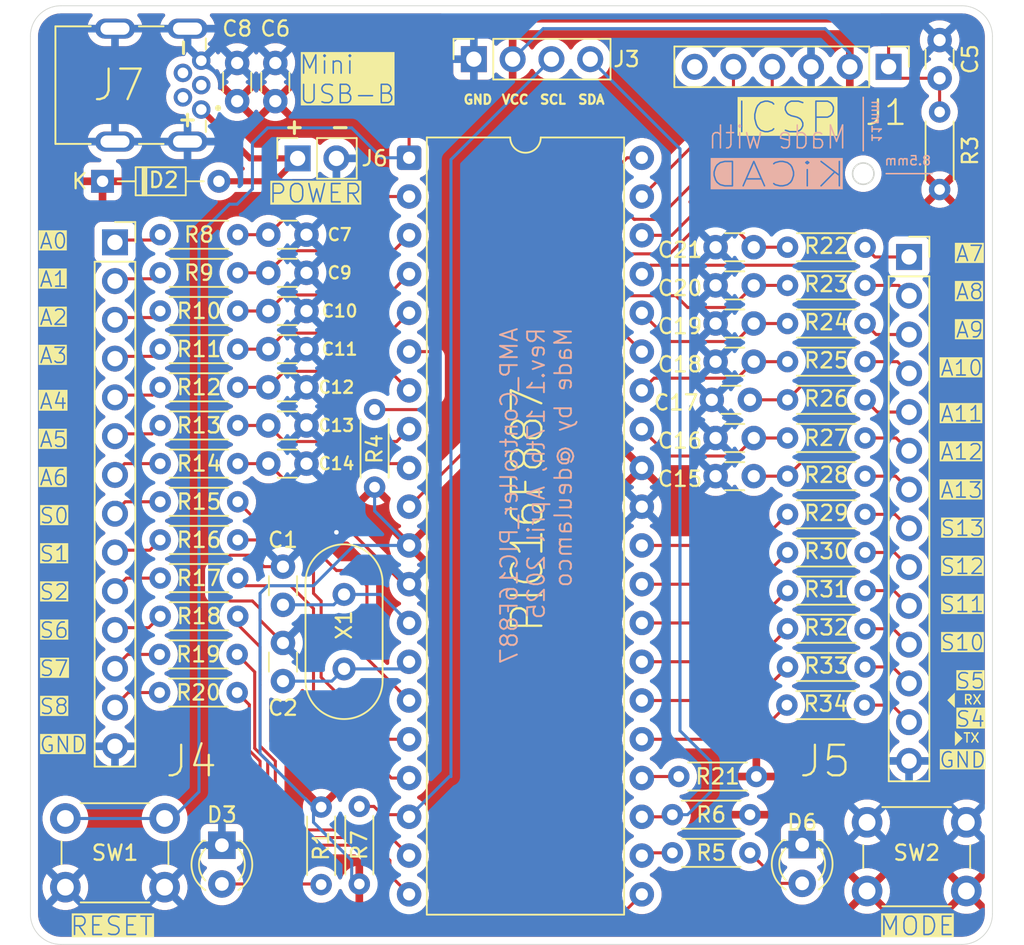
<source format=kicad_pcb>
(kicad_pcb (version 20241229) (generator "pcbnew") (generator_version "9.0")
  (title_block (comment 1 "Rev.1 : Start new PCB for PIC16F887"))
  (layers (0 "F.Cu" signal) (2 "B.Cu" signal) (13 "F.Paste" user) (15 "B.Paste" user) (5 "F.SilkS" user "F.Silkscreen") (7 "B.SilkS" user "B.Silkscreen") (1 "F.Mask" user) (3 "B.Mask" user) (25 "Edge.Cuts" user))
  (net 0 "")
  (net 1 "/OSC1")
  (net 2 "GND")
  (net 3 "/OSC2")
  (net 4 "/AN0")
  (net 5 "/AN1")
  (net 6 "/AN2")
  (net 7 "/PGD")
  (net 8 "/PGC")
  (net 9 "/MCLR")
  (net 10 "/AN3")
  (net 11 "/AN4")
  (net 12 "Net-(J4-Pin_2)")
  (net 13 "Net-(J4-Pin_5)")
  (net 14 "Net-(J4-Pin_1)")
  (net 15 "Net-(J4-Pin_6)")
  (net 16 "Net-(J4-Pin_4)")
  (net 17 "Net-(J4-Pin_3)")
  (net 18 "Net-(J5-Pin_3)")
  (net 19 "Net-(J5-Pin_5)")
  (net 20 "Net-(J5-Pin_6)")
  (net 21 "Net-(J5-Pin_4)")
  (net 22 "Net-(J5-Pin_1)")
  (net 23 "Net-(J5-Pin_2)")
  (net 24 "/AN5")
  (net 25 "/AN6")
  (net 26 "/AN13")
  (net 27 "/AN12")
  (net 28 "/AN11")
  (net 29 "/AN10")
  (net 30 "/AN9")
  (net 31 "/AN8")
  (net 32 "/AN7")
  (net 33 "/SCL")
  (net 34 "/SW8")
  (net 35 "/SDA")
  (net 37 "Net-(D2-A)")
  (net 38 "/SW12")
  (net 39 "Net-(PIC16F887-SDO{slash}RC5)")
  (net 40 "/SW7")
  (net 41 "Net-(D3-A)")
  (net 42 "Net-(D6-A)")
  (net 43 "Net-(PIC16F887-RD3)")
  (net 44 "/SW10")
  (net 45 "/SW1")
  (net 46 "Net-(PIC16F887-C1OUT{slash}T0CKI{slash}RA4)")
  (net 47 "/SW13")
  (net 48 "/SW2")
  (net 49 "/SW11")
  (net 50 "/SW6")
  (net 51 "/SW5")
  (net 52 "/SW0")
  (net 53 "/SW4")
  (net 54 "Net-(J4-Pin_7)")
  (net 55 "Net-(J4-Pin_8)")
  (net 56 "Net-(J4-Pin_9)")
  (net 57 "Net-(J4-Pin_10)")
  (net 58 "Net-(J4-Pin_11)")
  (net 59 "Net-(J4-Pin_12)")
  (net 60 "Net-(J4-Pin_13)")
  (net 61 "Net-(J5-Pin_7)")
  (net 62 "Net-(J5-Pin_8)")
  (net 63 "Net-(J5-Pin_9)")
  (net 64 "Net-(J5-Pin_10)")
  (net 65 "Net-(J5-Pin_11)")
  (net 66 "Net-(J5-Pin_12)")
  (net 67 "Net-(J5-Pin_13)")
  (net 68 "VCC")
  (footprint "Capacitor_THT:C_Disc_D3.0mm_W1.6mm_P2.50mm" (layer "F.Cu") (at 113.83 59.82 180)
    (property "Reference" "C16")
    (property "Value" "0.1uF")
  )
  (footprint "Resistor_THT:R_Axial_DIN0204_L3.6mm_D1.6mm_P5.08mm_Horizontal" (layer "F.Cu") (at 121.12 72.32 180)
    (property "Reference" "R32")
    (property "Value" "1k")
  )
  (footprint "Capacitor_THT:C_Disc_D3.0mm_W1.6mm_P2.50mm" (layer "F.Cu") (at 82.04 56.5)
    (property "Reference" "C12")
    (property "Value" "0.1uF")
  )
  (footprint "Resistor_THT:R_Axial_DIN0204_L3.6mm_D1.6mm_P5.08mm_Horizontal" (layer "F.Cu") (at 113.58 87 180)
    (property "Reference" "R5")
    (property "Value" "330")
  )
  (footprint "Capacitor_THT:C_Disc_D3.0mm_W1.6mm_P2.50mm" (layer "F.Cu") (at 82.04 59)
    (property "Reference" "C13")
    (property "Value" "0.1uF")
  )
  (footprint "Resistor_THT:R_Axial_DIN0204_L3.6mm_D1.6mm_P5.08mm_Horizontal" (layer "F.Cu") (at 85.5 84 -90)
    (property "Reference" "R1")
    (property "Value" "330")
  )
  (footprint "Resistor_THT:R_Axial_DIN0204_L3.6mm_D1.6mm_P5.08mm_Horizontal" (layer "F.Cu") (at 74.92 76.5)
    (property "Reference" "R20")
    (property "Value" "1k")
  )
  (footprint "Button_Switch_THT:SW_PUSH_6mm" (layer "F.Cu") (at 121.25 85)
    (property "Reference" "SW2")
    (property "Value" "SW_PR21")
  )
  (footprint "Resistor_THT:R_Axial_DIN0204_L3.6mm_D1.6mm_P5.08mm_Horizontal" (layer "F.Cu") (at 108.5 84.5)
    (property "Reference" "R6")
    (property "Value" "1k")
  )
  (footprint "Resistor_THT:R_Axial_DIN0204_L3.6mm_D1.6mm_P5.08mm_Horizontal" (layer "F.Cu") (at 108.92 82)
    (property "Reference" "R21")
    (property "Value" "10k")
  )
  (footprint "LED_THT:LED_D3.0mm_FlatTop" (layer "F.Cu") (at 79 86.5 -90)
    (property "Reference" "D3")
    (property "Value" "LED_PWR")
  )
  (footprint "Resistor_THT:R_Axial_DIN0204_L3.6mm_D1.6mm_P5.08mm_Horizontal" (layer "F.Cu") (at 121.12 67.32 180)
    (property "Reference" "R30")
    (property "Value" "1k")
  )
  (footprint "Capacitor_THT:C_Disc_D3.0mm_W1.6mm_P2.50mm" (layer "F.Cu") (at 82.04 49)
    (property "Reference" "C9")
    (property "Value" "0.1uF")
  )
  (footprint "Resistor_THT:R_Axial_DIN0204_L3.6mm_D1.6mm_P5.08mm_Horizontal" (layer "F.Cu") (at 121.12 64.82 180)
    (property "Reference" "R29")
    (property "Value" "1k")
  )
  (footprint "Resistor_THT:R_Axial_DIN0204_L3.6mm_D1.6mm_P5.08mm_Horizontal" (layer "F.Cu") (at 121.12 49.82 180)
    (property "Reference" "R23")
    (property "Value" "1k")
  )
  (footprint "LED_THT:LED_D3.0mm_FlatTop" (layer "F.Cu") (at 117 86.46 -90)
    (property "Reference" "D6")
    (property "Value" "LED_RD3")
  )
  (footprint "Resistor_THT:R_Axial_DIN0204_L3.6mm_D1.6mm_P5.08mm_Horizontal" (layer "F.Cu") (at 126 43.54 90)
    (property "Reference" "R3")
    (property "Value" "10k")
  )
  (footprint "Resistor_THT:R_Axial_DIN0204_L3.6mm_D1.6mm_P5.08mm_Horizontal" (layer "F.Cu") (at 89 63.04 90)
    (property "Reference" "R4")
    (property "Value" "10k")
  )
  (footprint "Resistor_THT:R_Axial_DIN0204_L3.6mm_D1.6mm_P5.08mm_Horizontal" (layer "F.Cu") (at 121.12 47.32 180)
    (property "Reference" "R22")
    (property "Value" "1k")
  )
  (footprint "Resistor_THT:R_Axial_DIN0204_L3.6mm_D1.6mm_P5.08mm_Horizontal" (layer "F.Cu") (at 74.96 49)
    (property "Reference" "R9")
    (property "Value" "1k")
  )
  (footprint "Resistor_THT:R_Axial_DIN0204_L3.6mm_D1.6mm_P5.08mm_Horizontal" (layer "F.Cu") (at 74.96 69)
    (property "Reference" "R17")
    (property "Value" "1k")
  )
  (footprint "Resistor_THT:R_Axial_DIN0204_L3.6mm_D1.6mm_P5.08mm_Horizontal" (layer "F.Cu") (at 74.96 59)
    (property "Reference" "R13")
    (property "Value" "1k")
  )
  (footprint "Resistor_THT:R_Axial_DIN0204_L3.6mm_D1.6mm_P5.08mm_Horizontal" (layer "F.Cu") (at 74.92 74)
    (property "Reference" "R19")
    (property "Value" "1k")
  )
  (footprint "Capacitor_THT:C_Disc_D3.0mm_W1.6mm_P2.50mm" (layer "F.Cu") (at 80 37.75 90)
    (property "Reference" "C8")
    (property "Value" "22pF")
  )
  (footprint "Capacitor_THT:C_Disc_D3.0mm_W1.6mm_P2.50mm" (layer "F.Cu") (at 82.04 54)
    (property "Reference" "C11")
    (property "Value" "0.1uF")
  )
  (footprint "Capacitor_THT:C_Disc_D3.0mm_W1.6mm_P2.50mm" (layer "F.Cu") (at 113.83 47.32 180)
    (property "Reference" "C21")
    (property "Value" "0.1uF")
  )
  (footprint "Resistor_THT:R_Axial_DIN0204_L3.6mm_D1.6mm_P5.08mm_Horizontal" (layer "F.Cu") (at 74.96 64)
    (property "Reference" "R15")
    (property "Value" "1k")
  )
  (footprint "Resistor_THT:R_Axial_DIN0204_L3.6mm_D1.6mm_P5.08mm_Horizontal" (layer "F.Cu") (at 74.96 54)
    (property "Reference" "R11")
    (property "Value" "1k")
  )
  (footprint "Diode_THT:D_DO-34_SOD68_P7.62mm_Horizontal" (layer "F.Cu") (at 71.185 43)
    (property "Reference" "D2")
    (property "Value" "D_Schottky")
  )
  (footprint "Capacitor_THT:C_Disc_D3.0mm_W1.6mm_P2.50mm" (layer "F.Cu") (at 113.83 52.32 180)
    (property "Reference" "C19")
    (property "Value" "0.1uF")
  )
  (footprint "Resistor_THT:R_Axial_DIN0204_L3.6mm_D1.6mm_P5.08mm_Horizontal" (layer "F.Cu") (at 74.96 61.5)
    (property "Reference" "R14")
    (property "Value" "1k")
  )
  (footprint "Capacitor_THT:C_Disc_D3.0mm_W1.6mm_P2.50mm" (layer "F.Cu") (at 113.83 54.82 180)
    (property "Reference" "C18")
    (property "Value" "0.1uF")
  )
  (footprint "Button_Switch_THT:SW_PUSH_6mm" (layer "F.Cu") (at 68.75 84.75)
    (property "Reference" "SW1")
    (property "Value" "SW_RST")
  )
  (footprint "Capacitor_THT:C_Disc_D3.0mm_W1.6mm_P2.50mm" (layer "F.Cu") (at 126 33.75 -90)
    (property "Reference" "C5")
    (property "Value" "0.1uF")
  )
  (footprint "Connector_PinSocket_2.54mm:PinSocket_1x14_P2.54mm_Vertical" (layer "F.Cu") (at 72 47)
    (property "Reference" "J4")
    (property "Value" "Conn_01x13_Socket")
  )
  (footprint "Resistor_THT:R_Axial_DIN0204_L3.6mm_D1.6mm_P5.08mm_Horizontal" (layer "F.Cu") (at 121.12 52.32 180)
    (property "Reference" "R24")
    (property "Value" "1k")
  )
  (footprint "Resistor_THT:R_Axial_DIN0204_L3.6mm_D1.6mm_P5.08mm_Horizontal" (layer "F.Cu") (at 121.12 74.82 180)
    (property "Reference" "R33")
    (property "Value" "1k")
  )
  (footprint "Capacitor_THT:C_Disc_D3.0mm_W1.6mm_P2.50mm" (layer "F.Cu") (at 83 75.75 90)
    (property "Reference" "C2")
    (property "Value" "22pF")
  )
  (footprint "Crystal:Crystal_HC49-4H_Vertical" (layer "F.Cu") (at 87 74.95 90)
    (property "Reference" "X1")
    (property "Value" "16MHz")
  )
  (footprint "Capacitor_THT:C_Disc_D3.0mm_W1.6mm_P2.50mm" (layer "F.Cu") (at 82.04 46.5)
    (property "Reference" "C7")
    (property "Value" "0.1uF")
  )
  (footprint "Capacitor_THT:C_Disc_D3.0mm_W1.6mm_P2.50mm" (layer "F.Cu") (at 82.04 61.5)
    (property "Reference" "C14")
    (property "Value" "0.1uF")
  )
  (footprint "Connector_PinSocket_2.54mm:PinSocket_1x14_P2.54mm_Vertical" (layer "F.Cu") (at 124 47.96)
    (property "Reference" "J5")
    (property "Value" "Conn_01x13_Socket")
  )
  (footprint "Connector_PinHeader_2.54mm:PinHeader_1x06_P2.54mm_Vertical" (layer "F.Cu") (at 122.66 35.5 -90)
    (property "Reference" "J1")
    (property "Value" "Conn_PIC_ICSP_ICD")
  )
  (footprint "Resistor_THT:R_Axial_DIN0204_L3.6mm_D1.6mm_P5.08mm_Horizontal" (layer "F.Cu") (at 88 83.96 -90)
    (property "Reference" "R7")
    (property "Value" "1k")
  )
  (footprint "Resistor_THT:R_Axial_DIN0204_L3.6mm_D1.6mm_P5.08mm_Horizontal" (layer "F.Cu") (at 74.96 66.5)
    (property "Reference" "R16")
    (property "Value" "1k")
  )
  (footprint "Package_DIP:DIP-40_W15.24mm" (layer "F.Cu") (at 91.26 41.46)
    (property "Reference" "PIC16F887")
    (property "Value" "PIC16F887-I/P")
  )
  (footprint "Capacitor_THT:C_Disc_D3.0mm_W1.6mm_P2.50mm" (layer "F.Cu") (at 113.58 57.32 180)
    (property "Reference" "C17")
    (property "Value" "0.1uF")
  )
  (footprint "Connector_PinSocket_2.54mm:PinSocket_1x02_P2.54mm_Vertical" (layer "F.Cu") (at 83.96 41.5 90)
    (property "Reference" "J6")
    (property "Value" "2P_POWER")
  )
  (footprint "Resistor_THT:R_Axial_DIN0204_L3.6mm_D1.6mm_P5.08mm_Horizontal" (layer "F.Cu") (at 121.12 57.32 180)
    (property "Reference" "R26")
    (property "Value" "1k")
  )
  (footprint "Connector:USB_MINI_B_90_Angled" (layer "F.Cu") (at 76.75 36.7 90)
    (property "Reference" "J7")
    (property "Value" "USB_Mini_B_90_Angled")
  )
  (footprint "Capacitor_THT:C_Disc_D3.0mm_W1.6mm_P2.50mm" (layer "F.Cu") (at 82.5 35.25 -90)
    (property "Reference" "C6")
    (property "Value" "0.1uF")
  )
  (footprint "Resistor_THT:R_Axial_DIN0204_L3.6mm_D1.6mm_P5.08mm_Horizontal" (layer "F.Cu") (at 121.12 59.82 180)
    (property "Reference" "R27")
    (property "Value" "1k")
  )
  (footprint "Resistor_THT:R_Axial_DIN0204_L3.6mm_D1.6mm_P5.08mm_Horizontal" (layer "F.Cu") (at 74.96 46.5)
    (property "Reference" "R8")
    (property "Value" "1k")
  )
  (footprint "Resistor_THT:R_Axial_DIN0204_L3.6mm_D1.6mm_P5.08mm_Horizontal" (layer "F.Cu") (at 74.96 56.5)
    (property "Reference" "R12")
    (property "Value" "1k")
  )
  (footprint "Capacitor_THT:C_Disc_D3.0mm_W1.6mm_P2.50mm" (layer "F.Cu") (at 83 70.75 90)
    (property "Reference" "C1")
    (property "Value" "22pF")
  )
  (footprint "Capacitor_THT:C_Disc_D3.0mm_W1.6mm_P2.50mm" (layer "F.Cu") (at 113.83 62.32 180)
    (property "Reference" "C15")
    (property "Value" "0.1uF")
  )
  (footprint "Capacitor_THT:C_Disc_D3.0mm_W1.6mm_P2.50mm" (layer "F.Cu") (at 82.04 51.5)
    (property "Reference" "C10")
    (property "Value" "0.1uF")
  )
  (footprint "Resistor_THT:R_Axial_DIN0204_L3.6mm_D1.6mm_P5.08mm_Horizontal" (layer "F.Cu") (at 74.96 51.5)
    (property "Reference" "R10")
    (property "Value" "1k")
  )
  (footprint "Resistor_THT:R_Axial_DIN0204_L3.6mm_D1.6mm_P5.08mm_Horizontal" (layer "F.Cu") (at 121.12 54.82 180)
    (property "Reference" "R25")
    (property "Value" "1k")
  )
  (footprint "Connector_PinSocket_2.54mm:PinSocket_1x04_P2.54mm_Vertical" (layer "F.Cu") (at 95.5 35 90)
    (property "Reference" "J3")
    (property "Value" "4P_I2C")
  )
  (footprint "Resistor_THT:R_Axial_DIN0204_L3.6mm_D1.6mm_P5.08mm_Horizontal" (layer "F.Cu") (at 74.96 71.5)
    (property "Reference" "R18")
    (property "Value" "1k")
  )
  (footprint "Resistor_THT:R_Axial_DIN0204_L3.6mm_D1.6mm_P5.08mm_Horizontal" (layer "F.Cu") (at 121.08 77.32 180)
    (property "Reference" "R34")
    (property "Value" "1k")
  )
  (footprint "Capacitor_THT:C_Disc_D3.0mm_W1.6mm_P2.50mm" (layer "F.Cu") (at 113.83 49.82 180)
    (property "Reference" "C20")
    (property "Value" "0.1uF")
  )
  (footprint "Resistor_THT:R_Axial_DIN0204_L3.6mm_D1.6mm_P5.08mm_Horizontal" (layer "F.Cu") (at 121.12 62.32 180)
    (property "Reference" "R28")
    (property "Value" "1k")
  )
  (footprint "Resistor_THT:R_Axial_DIN0204_L3.6mm_D1.6mm_P5.08mm_Horizontal" (layer "F.Cu") (at 121.12 69.82 180)
    (property "Reference" "R31")
    (property "Value" "1k")
  )
  (gr_poly (pts (xy 127 76.5) (xy 126.5 77) (xy 127 77.5)) (fill yes) (layer "F.SilkS"))
  (gr_poly (pts (xy 127 79) (xy 127.5 79.5) (xy 127 80)) (fill yes) (layer "F.SilkS"))
  (gr_line (start 121 41) (end 121 37.5) (stroke (width 0.1)) (layer "B.SilkS"))
  (gr_line (start 125.5 42.5) (end 122.5 42.5) (stroke (width 0.1)) (layer "B.SilkS"))
  (gr_line (start 66.46 91) (end 66.46 33.5) (stroke (width 0.05)) (layer "Edge.Cuts"))
  (gr_arc (start 127.46 31.5) (mid 128.874214 32.085786) (end 129.46 33.5) (stroke (width 0.05)) (layer "Edge.Cuts"))
  (gr_arc (start 68.46 93) (mid 67.045786 92.414214) (end 66.46 91) (stroke (width 0.05)) (layer "Edge.Cuts"))
  (gr_arc (start 66.46 33.5) (mid 67.045786 32.085786) (end 68.46 31.5) (stroke (width 0.05)) (layer "Edge.Cuts"))
  (gr_line (start 68.46 31.5) (end 127.46 31.5) (stroke (width 0.05)) (layer "Edge.Cuts"))
  (gr_line (start 129.46 33.5) (end 129.46 91) (stroke (width 0.05)) (layer "Edge.Cuts"))
  (gr_line (start 127.46 93) (end 68.46 93) (stroke (width 0.05)) (layer "Edge.Cuts"))
  (gr_circle (center 121 42.5) (end 121.7 42.5) (stroke (width 0.1)) (fill no) (layer "Edge.Cuts"))
  (gr_arc (start 129.46 91) (mid 128.874214 92.414214) (end 127.46 93) (stroke (width 0.05)) (layer "Edge.Cuts"))
  (gr_text "S5" (at 127 76.32 0) (layer "F.SilkS" knockout) (effects (font (size 1 1) (thickness 0.1)) (justify left bottom)))
  (gr_text "A5" (at 67 60.5 0) (layer "F.SilkS" knockout) (effects (font (size 1 1) (thickness 0.1)) (justify left bottom)))
  (gr_text "TX" (at 127.5 79.82 0) (layer "F.SilkS") (effects (font (size 0.6 0.6) (thickness 0.1)) (justify left bottom)))
  (gr_text "S10" (at 126 73.82 0) (layer "F.SilkS" knockout) (effects (font (size 1 1) (thickness 0.1)) (justify left bottom)))
  (gr_text "GND" (at 94.75 38 0) (layer "F.SilkS") (effects (font (size 0.6 0.6) (thickness 0.15) (bold yes)) (justify left bottom)))
  (gr_text "RESET\n" (at 69 92.5 0) (layer "F.SilkS" knockout) (effects (font (size 1.2 1.2) (thickness 0.1)) (justify left bottom)))
  (gr_text "SCL" (at 99.75 38 0) (layer "F.SilkS") (effects (font (size 0.6 0.6) (thickness 0.15) (bold yes)) (justify left bottom)))
  (gr_text "ICSP" (at 112.5 40 0) (layer "F.SilkS" knockout) (effects (font (size 2 2) (thickness 0.1)) (justify left bottom)))
  (gr_text "Mini\nUSB-B" (at 84 38 0) (layer "F.SilkS" knockout) (effects (font (size 1.2 1.2) (thickness 0.1)) (justify left bottom)))
  (gr_text "A8" (at 127 50.82 0) (layer "F.SilkS" knockout) (effects (font (size 1 1) (thickness 0.1)) (justify left bottom)))
  (gr_text "POWER" (at 82 44.5 0) (layer "F.SilkS" knockout) (effects (font (size 1.2 1.2) (thickness 0.1)) (justify left bottom)))
  (gr_text "A12" (at 126 61.32 0) (layer "F.SilkS" knockout) (effects (font (size 1 1) (thickness 0.1)) (justify left bottom)))
  (gr_text "S2" (at 67 70.5 0) (layer "F.SilkS" knockout) (effects (font (size 1 1) (thickness 0.1)) (justify left bottom)))
  (gr_text "S1" (at 67 68 0) (layer "F.SilkS" knockout) (effects (font (size 1 1) (thickness 0.1)) (justify left bottom)))
  (gr_text "S6" (at 67 73 0) (layer "F.SilkS" knockout) (effects (font (size 1 1) (thickness 0.1)) (justify left bottom)))
  (gr_text "-" (at 86 40 0) (layer "F.SilkS") (effects (font (size 1 1) (thickness 0.2) (bold yes)) (justify left bottom)))
  (gr_text "A3" (at 67 55 0) (layer "F.SilkS" knockout) (effects (font (size 1 1) (thickness 0.1)) (justify left bottom)))
  (gr_text "A6" (at 67 63 0) (layer "F.SilkS" knockout) (effects (font (size 1 1) (thickness 0.1)) (justify left bottom)))
  (gr_text "S0" (at 67 65.5 0) (layer "F.SilkS" knockout) (effects (font (size 1 1) (thickness 0.1)) (justify left bottom)))
  (gr_text "-" (at 77 35 90) (layer "F.SilkS") (effects (font (size 1 1) (thickness 0.2) (bold yes)) (justify left bottom)))
  (gr_text "A10" (at 126 55.82 0) (layer "F.SilkS" knockout) (effects (font (size 1 1) (thickness 0.1)) (justify left bottom)))
  (gr_text "GND" (at 67 80.5 0) (layer "F.SilkS" knockout) (effects (font (size 1 1) (thickness 0.1)) (justify left bottom)))
  (gr_text "MODE" (at 122 92.5 0) (layer "F.SilkS" knockout) (effects (font (size 1.2 1.2) (thickness 0.1)) (justify left bottom)))
  (gr_text "S11" (at 126 71.32 0) (layer "F.SilkS" knockout) (effects (font (size 1 1) (thickness 0.1)) (justify left bottom)))
  (gr_text "A4" (at 67 58 0) (layer "F.SilkS" knockout) (effects (font (size 1 1) (thickness 0.1)) (justify left bottom)))
  (gr_text "A2" (at 67 52.5 0) (layer "F.SilkS" knockout) (effects (font (size 1 1) (thickness 0.1)) (justify left bottom)))
  (gr_text "A0" (at 67 47.5 0) (layer "F.SilkS" knockout) (effects (font (size 1 1) (thickness 0.1)) (justify left bottom)))
  (gr_text "S12" (at 126 68.82 0) (layer "F.SilkS" knockout) (effects (font (size 1 1) (thickness 0.1)) (justify left bottom)))
  (gr_text "A9" (at 127 53.32 0) (layer "F.SilkS" knockout) (effects (font (size 1 1) (thickness 0.1)) (justify left bottom)))
  (gr_text "RX" (at 127.5 77.32 0) (layer "F.SilkS") (effects (font (size 0.6 0.6) (thickness 0.1)) (justify left bottom)))
  (gr_text "A11" (at 126 58.82 0) (layer "F.SilkS" knockout) (effects (font (size 1 1) (thickness 0.1)) (justify left bottom)))
  (gr_text "A7" (at 127 48.32 0) (layer "F.SilkS" knockout) (effects (font (size 1 1) (thickness 0.1)) (justify left bottom)))
  (gr_text "VCC" (at 97.25 38 0) (layer "F.SilkS") (effects (font (size 0.6 0.6) (thickness 0.15) (bold yes)) (justify left bottom)))
  (gr_text "+" (at 83 40 0) (layer "F.SilkS") (effects (font (size 1 1) (thickness 0.2) (bold yes)) (justify left bottom)))
  (gr_text "S13" (at 126 66.32 0) (layer "F.SilkS" knockout) (effects (font (size 1 1) (thickness 0.1)) (justify left bottom)))
  (gr_text "GND" (at 125.92 81.5 0) (layer "F.SilkS" knockout) (effects (font (size 1 1) (thickness 0.1)) (justify left bottom)))
  (gr_text "A13" (at 126 63.82 0) (layer "F.SilkS" knockout) (effects (font (size 1 1) (thickness 0.1)) (justify left bottom)))
  (gr_text "A1" (at 67 50 0) (layer "F.SilkS" knockout) (effects (font (size 1 1) (thickness 0.1)) (justify left bottom)))
  (gr_text "SDA" (at 102.25 38 0) (layer "F.SilkS") (effects (font (size 0.6 0.6) (thickness 0.15) (bold yes)) (justify left bottom)))
  (gr_text "S8" (at 67 78 0) (layer "F.SilkS" knockout) (effects (font (size 1 1) (thickness 0.1)) (justify left bottom)))
  (gr_text "S7" (at 67 75.5 0) (layer "F.SilkS" knockout) (effects (font (size 1 1) (thickness 0.1)) (justify left bottom)))
  (gr_text "S4" (at 127 78.82 0) (layer "F.SilkS" knockout) (effects (font (size 1 1) (thickness 0.1)) (justify left bottom)))
  (gr_text "+" (at 76 39.5 0) (layer "F.SilkS") (effects (font (size 1 1) (thickness 0.2) (bold yes)) (justify left bottom)))
  (gr_text "KiCAD" (at 120 43.5 0) (layer "B.SilkS" knockout) (effects (font (size 1.6 2.1) (thickness 0.1)) (justify left bottom mirror)))
  (gr_text "11mm" (at 121.5 40.5 270) (layer "B.SilkS") (effects (font (size 0.6 0.6) (thickness 0.1)) (justify left bottom mirror)))
  (gr_text "8.5mm" (at 125.5 42 0) (layer "B.SilkS") (effects (font (size 0.6 0.6) (thickness 0.1)) (justify left bottom mirror)))
  (gr_text "AMP_Controller_PIC16F887\nRev.1 17th, April 2025\nMade by @deulamco" (at 102 52.5 90) (layer "B.SilkS") (effects (font (size 1.1 1.1) (thickness 0.125)) (justify left bottom mirror)))
  (gr_text "Made with\n" (at 120 41 0) (layer "B.SilkS") (effects (font (size 1.5 1.2) (thickness 0.1)) (justify left bottom mirror)))
  (segment (start 83 70.75) (end 86.32 70.75) (width 0.2) (layer "B.Cu") (net 1))
  (segment (start 89.39 70.07) (end 91.26 71.94) (width 0.2) (layer "B.Cu") (net 1))
  (segment (start 86.32 70.75) (end 87 70.07) (width 0.2) (layer "B.Cu") (net 1))
  (segment (start 87 70.07) (end 89.39 70.07) (width 0.2) (layer "B.Cu") (net 1))
  (segment (start 81 67.5) (end 79.5 67.5) (width 0.2) (layer "F.Cu") (net 2))
  (segment (start 83 68.25) (end 81.75 68.25) (width 0.2) (layer "F.Cu") (net 2))
  (segment (start 79 70.5) (end 81 70.5) (width 0.2) (layer "F.Cu") (net 2))
  (segment (start 86.5 66) (end 87.5 66) (width 0.2) (layer "F.Cu") (net 2))
  (segment (start 78.5 70) (end 79 70.5) (width 0.2) (layer "F.Cu") (net 2))
  (segment (start 79.5 67.5) (end 78.5 68.5) (width 0.2) (layer "F.Cu") (net 2))
  (segment (start 90.9 69.4) (end 91.26 69.4) (width 0.2) (layer "F.Cu") (net 2))
  (segment (start 87.5 66) (end 90.9 69.4) (width 0.2) (layer "F.Cu") (net 2))
  (segment (start 81.5 71) (end 81.5 71.75) (width 0.2) (layer "F.Cu") (net 2))
  (segment (start 81 70.5) (end 81.5 71) (width 0.2) (layer "F.Cu") (net 2))
  (segment (start 81.75 68.25) (end 81 67.5) (width 0.2) (layer "F.Cu") (net 2))
  (segment (start 78.5 68.5) (end 78.5 70) (width 0.2) (layer "F.Cu") (net 2))
  (segment (start 81.5 71.75) (end 83 73.25) (width 0.2) (layer "F.Cu") (net 2))
  (via (at 86.5 66) (size 0.6) (drill 0.3) (layers "F.Cu" "B.Cu") (net 2))
  (segment (start 86.2 75.75) (end 87 74.95) (width 0.2) (layer "B.Cu") (net 3))
  (segment (start 87 74.95) (end 90.79 74.95) (width 0.2) (layer "B.Cu") (net 3))
  (segment (start 83 75.75) (end 86.2 75.75) (width 0.2) (layer "B.Cu") (net 3))
  (segment (start 90.79 74.95) (end 91.26 74.48) (width 0.2) (layer "B.Cu") (net 3))
  (segment (start 80.04 46.5) (end 82.04 46.5) (width 0.2) (layer "F.Cu") (net 4))
  (segment (start 82.04 46.5) (end 84.54 44) (width 0.2) (layer "F.Cu") (net 4))
  (segment (start 84.54 44) (end 91.26 44) (width 0.2) (layer "F.Cu") (net 4))
  (segment (start 82.04 48.96) (end 83.449 47.551) (width 0.2) (layer "F.Cu") (net 5))
  (segment (start 82.04 49) (end 82.04 48.96) (width 0.2) (layer "F.Cu") (net 5))
  (segment (start 80.04 49) (end 82.04 49) (width 0.2) (layer "F.Cu") (net 5))
  (segment (start 90.249 47.551) (end 91.26 46.54) (width 0.2) (layer "F.Cu") (net 5))
  (segment (start 83.449 47.551) (end 90.249 47.551) (width 0.2) (layer "F.Cu") (net 5))
  (segment (start 82.04 51.5) (end 83.091 50.449) (width 0.2) (layer "F.Cu") (net 6))
  (segment (start 89.891 50.449) (end 91.26 49.08) (width 0.2) (layer "F.Cu") (net 6))
  (segment (start 80.04 51.5) (end 82.04 51.5) (width 0.2) (layer "F.Cu") (net 6))
  (segment (start 83.091 50.449) (end 89.891 50.449) (width 0.2) (layer "F.Cu") (net 6))
  (segment (start 106.064661 45.489) (end 106.053661 45.5) (width 0.2) (layer "F.Cu") (net 7))
  (segment (start 105.54 41.46) (end 106.5 41.46) (width 0.2) (layer "F.Cu") (net 7))
  (segment (start 105 44.5) (end 105 42) (width 0.2) (layer "F.Cu") (net 7))
  (segment (start 106 45.5) (end 105 44.5) (width 0.2) (layer "F.Cu") (net 7))
  (segment (start 115.04 37.96) (end 107.5 45.5) (width 0.2) (layer "F.Cu") (net 7))
  (segment (start 106.935339 45.489) (end 106.064661 45.489) (width 0.2) (layer "F.Cu") (net 7))
  (segment (start 105 42) (end 105.54 41.46) (width 0.2) (layer "F.Cu") (net 7))
  (segment (start 106.946339 45.5) (end 106.935339 45.489) (width 0.2) (layer "F.Cu") (net 7))
  (segment (start 106.053661 45.5) (end 106 45.5) (width 0.2) (layer "F.Cu") (net 7))
  (segment (start 107.5 45.5) (end 106.946339 45.5) (width 0.2) (layer "F.Cu") (net 7))
  (segment (start 115.04 35.5) (end 115.04 37.96) (width 0.2) (layer "F.Cu") (net 7))
  (segment (start 112.5 38) (end 106.5 44) (width 0.2) (layer "F.Cu") (net 8))
  (segment (start 112.5 35.5) (end 112.5 38) (width 0.2) (layer "F.Cu") (net 8))
  (segment (start 126 36.25) (end 123.41 36.25) (width 0.2) (layer "F.Cu") (net 9))
  (segment (start 122.66 33.66) (end 122.66 35.5) (width 0.2) (layer "F.Cu") (net 9))
  (segment (start 126 38.46) (end 126 36.25) (width 0.2) (layer "F.Cu") (net 9))
  (segment (start 91.26 41.46) (end 91.26 39.24) (width 0.2) (layer "F.Cu") (net 9))
  (segment (start 94 32.5) (end 121.5 32.5) (width 0.2) (layer "F.Cu") (net 9))
  (segment (start 121.5 32.5) (end 122.66 33.66) (width 0.2) (layer "F.Cu") (net 9))
  (segment (start 93 37.5) (end 93 33.5) (width 0.2) (layer "F.Cu") (net 9))
  (segment (start 93 33.5) (end 94 32.5) (width 0.2) (layer "F.Cu") (net 9))
  (segment (start 123.41 36.25) (end 122.66 35.5) (width 0.2) (layer "F.Cu") (net 9))
  (segment (start 91.26 39.24) (end 93 37.5) (width 0.2) (layer "F.Cu") (net 9))
  (segment (start 123 35.84) (end 122.66 35.5) (width 0.2) (layer "F.Cu") (net 9))
  (segment (start 81 43.5) (end 80 44.5) (width 0.2) (layer "B.Cu") (net 9))
  (segment (start 75.25 84.75) (end 68.75 84.75) (width 0.2) (layer "B.Cu") (net 9))
  (segment (start 82 39.5) (end 81 40.5) (width 0.2) (layer "B.Cu") (net 9))
  (segment (start 89.46 41.46) (end 87.5 39.5) (width 0.2) (layer "B.Cu") (net 9))
  (segment (start 91.26 41.46) (end 89.46 41.46) (width 0.2) (layer "B.Cu") (net 9))
  (segment (start 80 44.5) (end 79.5 44.5) (width 0.2) (layer "B.Cu") (net 9))
  (segment (start 77.5 46.5) (end 77.5 83) (width 0.2) (layer "B.Cu") (net 9))
  (segment (start 75.75 84.75) (end 75.25 84.75) (width 0.2) (layer "B.Cu") (net 9))
  (segment (start 77.5 83) (end 75.75 84.75) (width 0.2) (layer "B.Cu") (net 9))
  (segment (start 79.5 44.5) (end 77.5 46.5) (width 0.2) (layer "B.Cu") (net 9))
  (segment (start 87.5 39.5) (end 82 39.5) (width 0.2) (layer "B.Cu") (net 9))
  (segment (start 81 40.5) (end 81 43.5) (width 0.2) (layer "B.Cu") (net 9))
  (segment (start 83.091 52.949) (end 89.931 52.949) (width 0.2) (layer "F.Cu") (net 10))
  (segment (start 82.04 54) (end 83.091 52.949) (width 0.2) (layer "F.Cu") (net 10))
  (segment (start 89.931 52.949) (end 91.26 51.62) (width 0.2) (layer "F.Cu") (net 10))
  (segment (start 80.04 54) (end 82.04 54) (width 0.2) (layer "F.Cu") (net 10))
  (segment (start 83.091 55.449) (end 90.009 55.449) (width 0.2) (layer "F.Cu") (net 11))
  (segment (start 80.04 56.5) (end 82.04 56.5) (width 0.2) (layer "F.Cu") (net 11))
  (segment (start 90.009 55.449) (end 91.26 56.7) (width 0.2) (layer "F.Cu") (net 11))
  (segment (start 82.04 56.5) (end 83.091 55.449) (width 0.2) (layer "F.Cu") (net 11))
  (segment (start 72.04 49.39) (end 74.57 49.39) (width 0.2) (layer "F.Cu") (net 12))
  (segment (start 74.57 49.39) (end 74.96 49) (width 0.2) (layer "F.Cu") (net 12))
  (segment (start 74.45 57.01) (end 74.96 56.5) (width 0.2) (layer "F.Cu") (net 13))
  (segment (start 72.04 57.01) (end 74.45 57.01) (width 0.2) (layer "F.Cu") (net 13))
  (segment (start 74.61 46.85) (end 74.96 46.5) (width 0.2) (layer "F.Cu") (net 14))
  (segment (start 72.04 46.85) (end 74.61 46.85) (width 0.2) (layer "F.Cu") (net 14))
  (segment (start 72.04 59.55) (end 74.41 59.55) (width 0.2) (layer "F.Cu") (net 15))
  (segment (start 74.41 59.55) (end 74.96 59) (width 0.2) (layer "F.Cu") (net 15))
  (segment (start 72.04 54.47) (end 74.49 54.47) (width 0.2) (layer "F.Cu") (net 16))
  (segment (start 74.49 54.47) (end 74.96 54) (width 0.2) (layer "F.Cu") (net 16))
  (segment (start 72.04 51.93) (end 74.53 51.93) (width 0.2) (layer "F.Cu") (net 17))
  (segment (start 74.53 51.93) (end 74.96 51.5) (width 0.2) (layer "F.Cu") (net 17))
  (segment (start 121.84 53.04) (end 121.12 52.32) (width 0.2) (layer "F.Cu") (net 18))
  (segment (start 124 53.04) (end 121.84 53.04) (width 0.2) (layer "F.Cu") (net 18))
  (segment (start 124 58.12) (end 121.92 58.12) (width 0.2) (layer "F.Cu") (net 19))
  (segment (start 121.92 58.12) (end 121.12 57.32) (width 0.2) (layer "F.Cu") (net 19))
  (segment (start 121.12 59.82) (end 123.16 59.82) (width 0.2) (layer "F.Cu") (net 20))
  (segment (start 123.16 59.82) (end 124 60.66) (width 0.2) (layer "F.Cu") (net 20))
  (segment (start 123.24 54.82) (end 124 55.58) (width 0.2) (layer "F.Cu") (net 21))
  (segment (start 121.12 54.82) (end 123.24 54.82) (width 0.2) (layer "F.Cu") (net 21))
  (segment (start 124 47.96) (end 121.76 47.96) (width 0.2) (layer "F.Cu") (net 22))
  (segment (start 121.76 47.96) (end 121.12 47.32) (width 0.2) (layer "F.Cu") (net 22))
  (segment (start 121.12 49.82) (end 123.32 49.82) (width 0.2) (layer "F.Cu") (net 23))
  (segment (start 123.32 49.82) (end 124 50.5) (width 0.2) (layer "F.Cu") (net 23))
  (segment (start 80.04 59) (end 82.04 59) (width 0.2) (layer "F.Cu") (net 24))
  (segment (start 90.449 60.051) (end 91.26 59.24) (width 0.2) (layer "F.Cu") (net 24))
  (segment (start 83.091 60.051) (end 90.449 60.051) (width 0.2) (layer "F.Cu") (net 24))
  (segment (start 82.04 59) (end 83.091 60.051) (width 0.2) (layer "F.Cu") (net 24))
  (segment (start 82.04 61.5) (end 83.54 63) (width 0.2) (layer "F.Cu") (net 25))
  (segment (start 90.98 61.5) (end 91.26 61.78) (width 0.2) (layer "F.Cu") (net 25))
  (segment (start 83.54 63) (end 86 63) (width 0.2) (layer "F.Cu") (net 25))
  (segment (start 87.5 61.5) (end 90.98 61.5) (width 0.2) (layer "F.Cu") (net 25))
  (segment (start 86 63) (end 87.5 61.5) (width 0.2) (layer "F.Cu") (net 25))
  (segment (start 80.04 61.5) (end 82.04 61.5) (width 0.2) (layer "F.Cu") (net 25))
  (segment (start 110 45) (end 117 45) (width 0.2) (layer "F.Cu") (net 26))
  (segment (start 117 45) (end 118.5 46.5) (width 0.2) (layer "F.Cu") (net 26))
  (segment (start 113.83 62.32) (end 116.04 62.32) (width 0.2) (layer "F.Cu") (net 26))
  (segment (start 118.5 46.5) (end 118.5 59.86) (width 0.2) (layer "F.Cu") (net 26))
  (segment (start 106.5 46.54) (end 108.46 46.54) (width 0.2) (layer "F.Cu") (net 26))
  (segment (start 108.46 46.54) (end 110 45) (width 0.2) (layer "F.Cu") (net 26))
  (segment (start 118.5 59.86) (end 116.04 62.32) (width 0.2) (layer "F.Cu") (net 26))
  (segment (start 112.65 61) (end 113.83 59.82) (width 0.2) (layer "F.Cu") (net 27))
  (segment (start 106.5 59.24) (end 108.26 61) (width 0.2) (layer "F.Cu") (net 27))
  (segment (start 108.26 61) (end 112.65 61) (width 0.2) (layer "F.Cu") (net 27))
  (segment (start 113.83 59.82) (end 116.04 59.82) (width 0.2) (layer "F.Cu") (net 27))
  (segment (start 117 48.5) (end 117.5 49) (width 0.2) (layer "F.Cu") (net 28))
  (segment (start 106.5 49.08) (end 107.08 48.5) (width 0.2) (layer "F.Cu") (net 28))
  (segment (start 117.5 55.86) (end 116.04 57.32) (width 0.2) (layer "F.Cu") (net 28))
  (segment (start 107.08 48.5) (end 117 48.5) (width 0.2) (layer "F.Cu") (net 28))
  (segment (start 117.5 49) (end 117.5 55.86) (width 0.2) (layer "F.Cu") (net 28))
  (segment (start 113.58 57.32) (end 116.04 57.32) (width 0.2) (layer "F.Cu") (net 28))
  (segment (start 106.5 56.7) (end 107.299999 55.900001) (width 0.2) (layer "F.Cu") (net 29))
  (segment (start 107.299999 55.900001) (end 112.749999 55.900001) (width 0.2) (layer "F.Cu") (net 29))
  (segment (start 112.749999 55.900001) (end 113.83 54.82) (width 0.2) (layer "F.Cu") (net 29))
  (segment (start 113.83 54.82) (end 116.04 54.82) (width 0.2) (layer "F.Cu") (net 29))
  (segment (start 106.5 51.62) (end 108.38 53.5) (width 0.2) (layer "F.Cu") (net 30))
  (segment (start 116.04 52.32) (end 113.83 52.32) (width 0.2) (layer "F.Cu") (net 30))
  (segment (start 112.65 53.5) (end 113.83 52.32) (width 0.2) (layer "F.Cu") (net 30))
  (segment (start 108.38 53.5) (end 112.65 53.5) (width 0.2) (layer "F.Cu") (net 30))
  (segment (start 109.5 51.269) (end 112.381 51.269) (width 0.2) (layer "F.Cu") (net 31))
  (segment (start 108.731 50.5) (end 109.5 51.269) (width 0.2) (layer "F.Cu") (net 31))
  (segment (start 105.5 50.5) (end 108.731 50.5) (width 0.2) (layer "F.Cu") (net 31))
  (segment (start 105 52.66) (end 105 51) (width 0.2) (layer "F.Cu") (net 31))
  (segment (start 113.83 49.82) (end 116.04 49.82) (width 0.2) (layer "F.Cu") (net 31))
  (segment (start 106.5 54.16) (end 105 52.66) (width 0.2) (layer "F.Cu") (net 31))
  (segment (start 112.381 51.269) (end 113.83 49.82) (width 0.2) (layer "F.Cu") (net 31))
  (segment (start 105 51) (end 105.5 50.5) (width 0.2) (layer "F.Cu") (net 31))
  (segment (start 112.361 45.851) (end 113.83 47.32) (width 0.2) (layer "F.Cu") (net 32))
  (segment (start 103.5 50) (end 105.744661 47.755339) (width 0.2) (layer "F.Cu") (net 32))
  (segment (start 110.230831 45.851) (end 112.361 45.851) (width 0.2) (layer "F.Cu") (net 32))
  (segment (start 108.326492 47.755339) (end 110.230831 45.851) (width 0.2) (layer "F.Cu") (net 32))
  (segment (start 91.26 64.32) (end 103.5 52.08) (width 0.2) (layer "F.Cu") (net 32))
  (segment (start 105.744661 47.755339) (end 108.326492 47.755339) (width 0.2) (layer "F.Cu") (net 32))
  (segment (start 116.04 47.32) (end 113.83 47.32) (width 0.2) (layer "F.Cu") (net 32))
  (segment (start 103.5 52.08) (end 103.5 50) (width 0.2) (layer "F.Cu") (net 32))
  (segment (start 88 83.96) (end 88.96 83.96) (width 0.2) (layer "F.Cu") (net 33))
  (segment (start 87.5 83.96) (end 87.54 84) (width 0.2) (layer "F.Cu") (net 33))
  (segment (start 89.5 84.5) (end 91.12 84.5) (width 0.2) (layer "F.Cu") (net 33))
  (segment (start 88.96 83.96) (end 89.5 84.5) (width 0.2) (layer "F.Cu") (net 33))
  (segment (start 91.12 84.5) (end 91.26 84.64) (width 0.2) (layer "F.Cu") (net 33))
  (segment (start 94 41.58) (end 94 82) (width 0.2) (layer "B.Cu") (net 33))
  (segment (start 100.58 35) (end 94 41.58) (width 0.2) (layer "B.Cu") (net 33))
  (segment (start 93.9 82) (end 91.26 84.64) (width 0.2) (layer "B.Cu") (net 33))
  (segment (start 94 82) (end 93.9 82) (width 0.2) (layer "B.Cu") (net 33))
  (segment (start 106.5 89.72) (end 104.72 91.5) (width 0.2) (layer "F.Cu") (net 34))
  (segment (start 89.5 88) (end 88 86.5) (width 0.2) (layer "F.Cu") (net 34))
  (segment (start 80.798 77.298) (end 80 76.5) (width 0.2) (layer "F.Cu") (net 34))
  (segment (start 89.5 90) (end 89.5 88) (width 0.2) (layer "F.Cu") (net 34))
  (segment (start 81.5 84) (end 81.5 81) (width 0.2) (layer "F.Cu") (net 34))
  (segment (start 91 91.5) (end 89.5 90) (width 0.2) (layer "F.Cu") (net 34))
  (segment (start 84 86.5) (end 81.5 84) (width 0.2) (layer "F.Cu") (net 34))
  (segment (start 81.5 81) (end 80.798 80.298) (width 0.2) (layer "F.Cu") (net 34))
  (segment (start 80.798 80.298) (end 80.798 77.298) (width 0.2) (layer "F.Cu") (net 34))
  (segment (start 88 86.5) (end 84 86.5) (width 0.2) (layer "F.Cu") (net 34))
  (segment (start 104.72 91.5) (end 91 91.5) (width 0.2) (layer "F.Cu") (net 34))
  (segment (start 108 84.5) (end 107.86 84.64) (width 0.2) (layer "F.Cu") (net 35))
  (segment (start 107.86 84.64) (end 106.5 84.64) (width 0.2) (layer "F.Cu") (net 35))
  (segment (start 108.5 84.5) (end 108 84.5) (width 0.2) (layer "F.Cu") (net 35))
  (segment (start 103.12 35) (end 109 40.88) (width 0.2) (layer "B.Cu") (net 35))
  (segment (start 111 83) (end 109.5 84.5) (width 0.2) (layer "B.Cu") (net 35))
  (segment (start 111 81) (end 111 83) (width 0.2) (layer "B.Cu") (net 35))
  (segment (start 109 79) (end 111 81) (width 0.2) (layer "B.Cu") (net 35))
  (segment (start 109.5 84.5) (end 108.5 84.5) (width 0.2) (layer "B.Cu") (net 35))
  (segment (start 109 40.88) (end 109 79) (width 0.2) (layer "B.Cu") (net 35))
  (segment (start 80.85 41.5) (end 83.96 41.5) (width 0.4) (layer "F.Cu") (net 37))
  (segment (start 77.65 38.3) (end 80.85 41.5) (width 0.4) (layer "F.Cu") (net 37))
  (segment (start 78.805 43) (end 82.46 43) (width 0.4) (layer "F.Cu") (net 37))
  (segment (start 82.46 43) (end 83.96 41.5) (width 0.4) (layer "F.Cu") (net 37))
  (segment (start 113.96 69.4) (end 106.5 69.4) (width 0.2) (layer "F.Cu") (net 38))
  (segment (start 116.04 67.32) (end 113.96 69.4) (width 0.2) (layer "F.Cu") (net 38))
  (segment (start 106.6 82) (end 106.5 82.1) (width 0.2) (layer "F.Cu") (net 39))
  (segment (start 108.92 82) (end 106.6 82) (width 0.2) (layer "F.Cu") (net 39))
  (segment (start 90 87.5) (end 90 88.46) (width 0.2) (layer "F.Cu") (net 40))
  (segment (start 80 74) (end 81.149 75.149) (width 0.2) (layer "F.Cu") (net 40))
  (segment (start 81.149 80.149) (end 82 81) (width 0.2) (layer "F.Cu") (net 40))
  (segment (start 88.5 86) (end 90 87.5) (width 0.2) (layer "F.Cu") (net 40))
  (segment (start 82 81) (end 82 83.5) (width 0.2) (layer "F.Cu") (net 40))
  (segment (start 81.149 75.149) (end 81.149 80.149) (width 0.2) (layer "F.Cu") (net 40))
  (segment (start 82 83.5) (end 84.5 86) (width 0.2) (layer "F.Cu") (net 40))
  (segment (start 90 88.46) (end 91.26 89.72) (width 0.2) (layer "F.Cu") (net 40))
  (segment (start 84.5 86) (end 88.5 86) (width 0.2) (layer "F.Cu") (net 40))
  (segment (start 85.46 89.04) (end 85.5 89.08) (width 0.2) (layer "F.Cu") (net 41))
  (segment (start 79 89.04) (end 85.46 89.04) (width 0.2) (layer "F.Cu") (net 41))
  (segment (start 117 89) (end 115.58 89) (width 0.2) (layer "F.Cu") (net 42))
  (segment (start 115.58 89) (end 113.58 87) (width 0.2) (layer "F.Cu") (net 42))
  (segment (start 108.5 87) (end 106.68 87) (width 0.2) (layer "F.Cu") (net 43))
  (segment (start 106.68 87) (end 106.5 87.18) (width 0.2) (layer "F.Cu") (net 43))
  (segment (start 113.88 74.48) (end 106.5 74.48) (width 0.2) (layer "F.Cu") (net 44))
  (segment (start 116.04 72.32) (end 113.88 74.48) (width 0.2) (layer "F.Cu") (net 44))
  (segment (start 83.5 66.5) (end 85 68) (width 0.2) (layer "F.Cu") (net 45))
  (segment (start 85 70) (end 85.5 70.5) (width 0.2) (layer "F.Cu") (net 45))
  (segment (start 89.56 79.56) (end 91.26 79.56) (width 0.2) (layer "F.Cu") (net 45))
  (segment (start 85.5 75.5) (end 89.56 79.56) (width 0.2) (layer "F.Cu") (net 45))
  (segment (start 85.5 70.5) (end 85.5 75.5) (width 0.2) (layer "F.Cu") (net 45))
  (segment (start 85 68) (end 85 70) (width 0.2) (layer "F.Cu") (net 45))
  (segment (start 80.04 66.5) (end 83.5 66.5) (width 0.2) (layer "F.Cu") (net 45))
  (segment (start 91.26 54.16) (end 92.66 54.16) (width 0.2) (layer "F.Cu") (net 46))
  (segment (start 93 57) (end 92.04 57.96) (width 0.2) (layer "F.Cu") (net 46))
  (segment (start 92.66 54.16) (end 93 54.5) (width 0.2) (layer "F.Cu") (net 46))
  (segment (start 92.04 57.96) (end 89 57.96) (width 0.2) (layer "F.Cu") (net 46))
  (segment (start 93 54.5) (end 93 57) (width 0.2) (layer "F.Cu") (net 46))
  (segment (start 114 66.86) (end 106.5 66.86) (width 0.2) (layer "F.Cu") (net 47))
  (segment (start 116.04 64.82) (end 114 66.86) (width 0.2) (layer "F.Cu") (net 47))
  (segment (start 80.04 69) (end 80.54 69.5) (width 0.2) (layer "F.Cu") (net 48))
  (segment (start 85 71) (end 85 77) (width 0.2) (layer "F.Cu") (net 48))
  (segment (start 83.5 69.5) (end 85 71) (width 0.2) (layer "F.Cu") (net 48))
  (segment (start 85 77) (end 90.1 82.1) (width 0.2) (layer "F.Cu") (net 48))
  (segment (start 80.54 69.5) (end 83.5 69.5) (width 0.2) (layer "F.Cu") (net 48))
  (segment (start 90.1 82.1) (end 91.26 82.1) (width 0.2) (layer "F.Cu") (net 48))
  (segment (start 113.92 71.94) (end 106.5 71.94) (width 0.2) (layer "F.Cu") (net 49))
  (segment (start 116.04 69.82) (end 113.92 71.94) (width 0.2) (layer "F.Cu") (net 49))
  (segment (start 84.5 85.5) (end 89.58 85.5) (width 0.2) (layer "F.Cu") (net 50))
  (segment (start 80.04 72.04) (end 81.5 73.5) (width 0.2) (layer "F.Cu") (net 50))
  (segment (start 91.18 87.18) (end 91.26 87.18) (width 0.2) (layer "F.Cu") (net 50))
  (segment (start 82.5 81) (end 82.5 83.5) (width 0.2) (layer "F.Cu") (net 50))
  (segment (start 82.5 83.5) (end 84.5 85.5) (width 0.2) (layer "F.Cu") (net 50))
  (segment (start 80.04 71.5) (end 80.04 72.04) (width 0.2) (layer "F.Cu") (net 50))
  (segment (start 89.58 85.5) (end 91.26 87.18) (width 0.2) (layer "F.Cu") (net 50))
  (segment (start 81.5 75.003612) (end 81.5 75.294388) (width 0.2) (layer "F.Cu") (net 50))
  (segment (start 81.5 76) (end 81.499999 76) (width 0.2) (layer "F.Cu") (net 50))
  (segment (start 81.499999 79.999999) (end 82.5 81) (width 0.2) (layer "F.Cu") (net 50))
  (segment (start 81.499999 76) (end 81.499999 79.999999) (width 0.2) (layer "F.Cu") (net 50))
  (segment (start 81.5 75.294388) (end 81.5 75.709223) (width 0.2) (layer "F.Cu") (net 50))
  (segment (start 81.5 75.709223) (end 81.5 76) (width 0.2) (layer "F.Cu") (net 50))
  (segment (start 81.5 73.5) (end 81.5 75.003612) (width 0.2) (layer "F.Cu") (net 50))
  (segment (start 113.84 77.02) (end 106.5 77.02) (width 0.2) (layer "F.Cu") (net 51))
  (segment (start 116.04 74.82) (end 113.84 77.02) (width 0.2) (layer "F.Cu") (net 51))
  (segment (start 88.5 69.5) (end 88.5 74.26) (width 0.2) (layer "F.Cu") (net 52))
  (segment (start 83.5 65.5) (end 86.5 68.5) (width 0.2) (layer "F.Cu") (net 52))
  (segment (start 81.54 65.5) (end 83.5 65.5) (width 0.2) (layer "F.Cu") (net 52))
  (segment (start 80.04 64) (end 81.54 65.5) (width 0.2) (layer "F.Cu") (net 52))
  (segment (start 88.5 74.26) (end 91.26 77.02) (width 0.2) (layer "F.Cu") (net 52))
  (segment (start 87.5 68.5) (end 88.5 69.5) (width 0.2) (layer "F.Cu") (net 52))
  (segment (start 86.5 68.5) (end 87.5 68.5) (width 0.2) (layer "F.Cu") (net 52))
  (segment (start 113.76 79.56) (end 106.5 79.56) (width 0.2) (layer "F.Cu") (net 53))
  (segment (start 116 77.32) (end 113.76 79.56) (width 0.2) (layer "F.Cu") (net 53))
  (segment (start 72.63 61.5) (end 72.04 62.09) (width 0.2) (layer "F.Cu") (net 54))
  (segment (start 74.96 61.5) (end 72.63 61.5) (width 0.2) (layer "F.Cu") (net 54))
  (segment (start 74.96 64) (end 72.67 64) (width 0.2) (layer "F.Cu") (net 55))
  (segment (start 72.67 64) (end 72.04 64.63) (width 0.2) (layer "F.Cu") (net 55))
  (segment (start 72.04 67.17) (end 74.29 67.17) (width 0.2) (layer "F.Cu") (net 56))
  (segment (start 74.29 67.17) (end 74.96 66.5) (width 0.2) (layer "F.Cu") (net 56))
  (segment (start 72.75 69) (end 72.04 69.71) (width 0.2) (layer "F.Cu") (net 57))
  (segment (start 74.96 69) (end 72.75 69) (width 0.2) (layer "F.Cu") (net 57))
  (segment (start 74.21 72.25) (end 74.96 71.5) (width 0.2) (layer "F.Cu") (net 58))
  (segment (start 72.04 72.25) (end 74.21 72.25) (width 0.2) (layer "F.Cu") (net 58))
  (segment (start 74.92 74) (end 72.83 74) (width 0.2) (layer "F.Cu") (net 59))
  (segment (start 72.83 74) (end 72.04 74.79) (width 0.2) (layer "F.Cu") (net 59))
  (segment (start 72.87 76.5) (end 72.04 77.33) (width 0.2) (layer "F.Cu") (net 60))
  (segment (start 74.92 76.5) (end 72.87 76.5) (width 0.2) (layer "F.Cu") (net 60))
  (segment (start 121.12 62.32) (end 123.12 62.32) (width 0.2) (layer "F.Cu") (net 61))
  (segment (start 123.12 62.32) (end 124 63.2) (width 0.2) (layer "F.Cu") (net 61))
  (segment (start 123.08 64.82) (end 124 65.74) (width 0.2) (layer "F.Cu") (net 62))
  (segment (start 121.12 64.82) (end 123.08 64.82) (width 0.2) (layer "F.Cu") (net 62))
  (segment (start 121.12 67.32) (end 123.04 67.32) (width 0.2) (layer "F.Cu") (net 63))
  (segment (start 123.04 67.32) (end 124 68.28) (width 0.2) (layer "F.Cu") (net 63))
  (segment (start 121.12 69.82) (end 123 69.82) (width 0.2) (layer "F.Cu") (net 64))
  (segment (start 123 69.82) (end 124 70.82) (width 0.2) (layer "F.Cu") (net 64))
  (segment (start 121.12 72.32) (end 122.96 72.32) (width 0.2) (layer "F.Cu") (net 65))
  (segment (start 122.96 72.32) (end 124 73.36) (width 0.2) (layer "F.Cu") (net 65))
  (segment (start 122.92 74.82) (end 124 75.9) (width 0.2) (layer "F.Cu") (net 66))
  (segment (start 121.12 74.82) (end 122.92 74.82) (width 0.2) (layer "F.Cu") (net 66))
  (segment (start 122.88 77.32) (end 124 78.44) (width 0.2) (layer "F.Cu") (net 67))
  (segment (start 121.08 77.32) (end 122.88 77.32) (width 0.2) (layer "F.Cu") (net 67))
  (segment (start 100.04 33) (end 98.04 35) (width 0.2) (layer "B.Cu") (net 68))
  (segment (start 81.5 80.5) (end 85 84) (width 0.2) (layer "B.Cu") (net 68))
  (segment (start 87.64 66.86) (end 85 69.5) (width 0.2) (layer "B.Cu") (net 68))
  (segment (start 85 69.5) (end 82 69.5) (width 0.2) (layer "B.Cu") (net 68))
  (segment (start 120.12 35.5) (end 120.12 34.62) (width 0.2) (layer "B.Cu") (net 68))
  (segment (start 120.12 34.62) (end 118.5 33) (width 0.2) (layer "B.Cu") (net 68))
  (segment (start 81.5 70) (end 81.5 80.5) (width 0.2) (layer "B.Cu") (net 68))
  (segment (start 87.5 87.5) (end 85 85) (width 0.2) (layer "B.Cu") (net 68))
  (segment (start 91.26 66.86) (end 87.64 66.86) (width 0.2) (layer "B.Cu") (net 68))
  (segment (start 91.26 66.86) (end 89 64.6) (width 0.2) (layer "B.Cu") (net 68))
  (segment (start 118.5 33) (end 100.04 33) (width 0.2) (layer "B.Cu") (net 68))
  (segment (start 87.5 89.04) (end 87.5 87.5) (width 0.2) (layer "B.Cu") (net 68))
  (segment (start 89 64.6) (end 89 63.04) (width 0.2) (layer "B.Cu") (net 68))
  (segment (start 82 69.5) (end 81.5 70) (width 0.2) (layer "B.Cu") (net 68))
  (segment (start 85 85) (end 85 84) (width 0.2) (layer "B.Cu") (net 68))
  (zone (net 68) (net_name "VCC") (layer "F.Cu") (connect_pads (clearance 0.5)) (min_thickness 0.25) (fill yes (thermal_gap 0.5) (thermal_bridge_width 0.5))
    (polygon (pts (xy 66.46 31.5) (xy 129.46 31.5) (xy 129.46 93) (xy 66.46 93)))
  )
  (zone (net 2) (net_name "GND") (layer "B.Cu") (connect_pads (clearance 0.5)) (min_thickness 0.25) (fill yes (thermal_gap 0.5) (thermal_bridge_width 0.5))
    (polygon (pts (xy 66.46 31.5) (xy 129.46 31.5) (xy 129.46 93) (xy 66.46 93)))
  )
)
</source>
